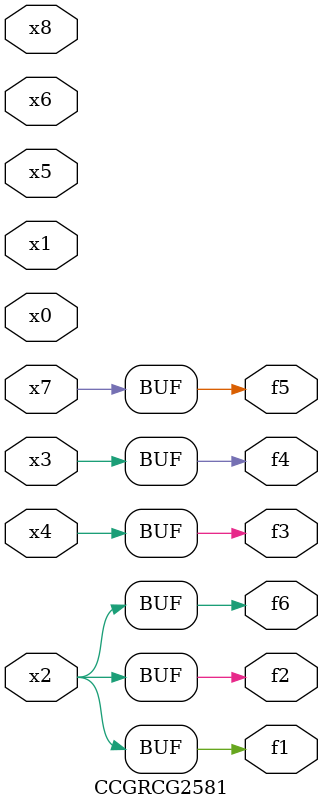
<source format=v>
module CCGRCG2581(
	input x0, x1, x2, x3, x4, x5, x6, x7, x8,
	output f1, f2, f3, f4, f5, f6
);
	assign f1 = x2;
	assign f2 = x2;
	assign f3 = x4;
	assign f4 = x3;
	assign f5 = x7;
	assign f6 = x2;
endmodule

</source>
